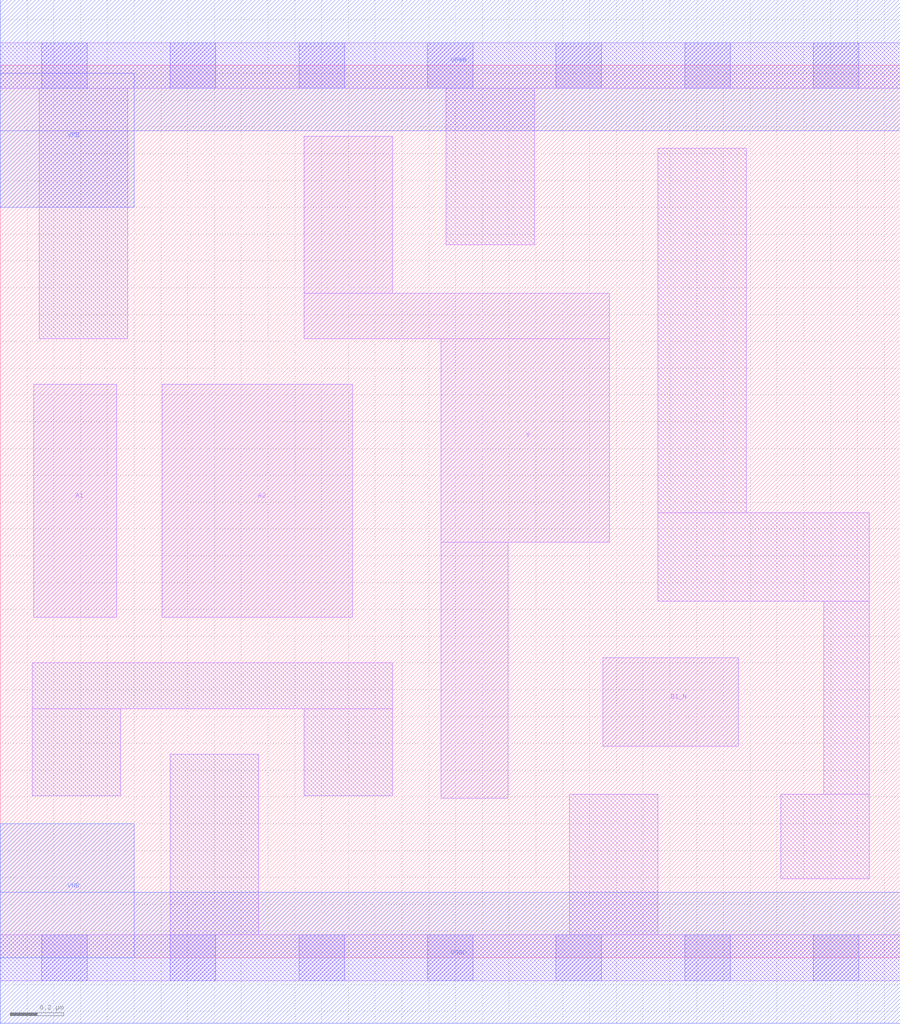
<source format=lef>
# Copyright 2020 The SkyWater PDK Authors
#
# Licensed under the Apache License, Version 2.0 (the "License");
# you may not use this file except in compliance with the License.
# You may obtain a copy of the License at
#
#     https://www.apache.org/licenses/LICENSE-2.0
#
# Unless required by applicable law or agreed to in writing, software
# distributed under the License is distributed on an "AS IS" BASIS,
# WITHOUT WARRANTIES OR CONDITIONS OF ANY KIND, either express or implied.
# See the License for the specific language governing permissions and
# limitations under the License.
#
# SPDX-License-Identifier: Apache-2.0

VERSION 5.5 ;
NAMESCASESENSITIVE ON ;
BUSBITCHARS "[]" ;
DIVIDERCHAR "/" ;
MACRO sky130_fd_sc_lp__o21bai_lp
  CLASS CORE ;
  SOURCE USER ;
  ORIGIN  0.000000  0.000000 ;
  SIZE  3.360000 BY  3.330000 ;
  SYMMETRY X Y R90 ;
  SITE unit ;
  PIN A1
    ANTENNAGATEAREA  0.313000 ;
    DIRECTION INPUT ;
    USE SIGNAL ;
    PORT
      LAYER li1 ;
        RECT 0.125000 1.270000 0.435000 2.140000 ;
    END
  END A1
  PIN A2
    ANTENNAGATEAREA  0.313000 ;
    DIRECTION INPUT ;
    USE SIGNAL ;
    PORT
      LAYER li1 ;
        RECT 0.605000 1.270000 1.315000 2.140000 ;
    END
  END A2
  PIN B1_N
    ANTENNAGATEAREA  0.376000 ;
    DIRECTION INPUT ;
    USE SIGNAL ;
    PORT
      LAYER li1 ;
        RECT 2.250000 0.790000 2.755000 1.120000 ;
    END
  END B1_N
  PIN Y
    ANTENNADIFFAREA  0.399700 ;
    DIRECTION OUTPUT ;
    USE SIGNAL ;
    PORT
      LAYER li1 ;
        RECT 1.135000 2.310000 2.275000 2.480000 ;
        RECT 1.135000 2.480000 1.465000 3.065000 ;
        RECT 1.645000 0.595000 1.895000 1.550000 ;
        RECT 1.645000 1.550000 2.275000 2.310000 ;
    END
  END Y
  PIN VGND
    DIRECTION INOUT ;
    USE GROUND ;
    PORT
      LAYER met1 ;
        RECT 0.000000 -0.245000 3.360000 0.245000 ;
    END
  END VGND
  PIN VNB
    DIRECTION INOUT ;
    USE GROUND ;
    PORT
      LAYER met1 ;
        RECT 0.000000 0.000000 0.500000 0.500000 ;
    END
  END VNB
  PIN VPB
    DIRECTION INOUT ;
    USE POWER ;
    PORT
      LAYER met1 ;
        RECT 0.000000 2.800000 0.500000 3.300000 ;
    END
  END VPB
  PIN VPWR
    DIRECTION INOUT ;
    USE POWER ;
    PORT
      LAYER met1 ;
        RECT 0.000000 3.085000 3.360000 3.575000 ;
    END
  END VPWR
  OBS
    LAYER li1 ;
      RECT 0.000000 -0.085000 3.360000 0.085000 ;
      RECT 0.000000  3.245000 3.360000 3.415000 ;
      RECT 0.120000  0.605000 0.450000 0.930000 ;
      RECT 0.120000  0.930000 1.465000 1.100000 ;
      RECT 0.145000  2.310000 0.475000 3.245000 ;
      RECT 0.635000  0.085000 0.965000 0.760000 ;
      RECT 1.135000  0.605000 1.465000 0.930000 ;
      RECT 1.665000  2.660000 1.995000 3.245000 ;
      RECT 2.125000  0.085000 2.455000 0.610000 ;
      RECT 2.455000  1.330000 3.245000 1.660000 ;
      RECT 2.455000  1.660000 2.785000 3.020000 ;
      RECT 2.915000  0.295000 3.245000 0.610000 ;
      RECT 3.075000  0.610000 3.245000 1.330000 ;
    LAYER mcon ;
      RECT 0.155000 -0.085000 0.325000 0.085000 ;
      RECT 0.155000  3.245000 0.325000 3.415000 ;
      RECT 0.635000 -0.085000 0.805000 0.085000 ;
      RECT 0.635000  3.245000 0.805000 3.415000 ;
      RECT 1.115000 -0.085000 1.285000 0.085000 ;
      RECT 1.115000  3.245000 1.285000 3.415000 ;
      RECT 1.595000 -0.085000 1.765000 0.085000 ;
      RECT 1.595000  3.245000 1.765000 3.415000 ;
      RECT 2.075000 -0.085000 2.245000 0.085000 ;
      RECT 2.075000  3.245000 2.245000 3.415000 ;
      RECT 2.555000 -0.085000 2.725000 0.085000 ;
      RECT 2.555000  3.245000 2.725000 3.415000 ;
      RECT 3.035000 -0.085000 3.205000 0.085000 ;
      RECT 3.035000  3.245000 3.205000 3.415000 ;
  END
END sky130_fd_sc_lp__o21bai_lp
END LIBRARY

</source>
